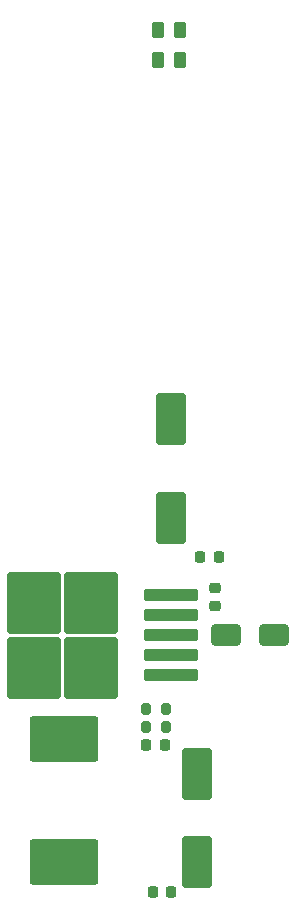
<source format=gbr>
%TF.GenerationSoftware,KiCad,Pcbnew,8.0.9-8.0.9-0~ubuntu24.04.1*%
%TF.CreationDate,2025-02-20T23:41:23+00:00*%
%TF.ProjectId,TPB,5450422e-6b69-4636-9164-5f7063625858,1.0.0*%
%TF.SameCoordinates,Original*%
%TF.FileFunction,Paste,Top*%
%TF.FilePolarity,Positive*%
%FSLAX46Y46*%
G04 Gerber Fmt 4.6, Leading zero omitted, Abs format (unit mm)*
G04 Created by KiCad (PCBNEW 8.0.9-8.0.9-0~ubuntu24.04.1) date 2025-02-20 23:41:23*
%MOMM*%
%LPD*%
G01*
G04 APERTURE LIST*
G04 Aperture macros list*
%AMRoundRect*
0 Rectangle with rounded corners*
0 $1 Rounding radius*
0 $2 $3 $4 $5 $6 $7 $8 $9 X,Y pos of 4 corners*
0 Add a 4 corners polygon primitive as box body*
4,1,4,$2,$3,$4,$5,$6,$7,$8,$9,$2,$3,0*
0 Add four circle primitives for the rounded corners*
1,1,$1+$1,$2,$3*
1,1,$1+$1,$4,$5*
1,1,$1+$1,$6,$7*
1,1,$1+$1,$8,$9*
0 Add four rect primitives between the rounded corners*
20,1,$1+$1,$2,$3,$4,$5,0*
20,1,$1+$1,$4,$5,$6,$7,0*
20,1,$1+$1,$6,$7,$8,$9,0*
20,1,$1+$1,$8,$9,$2,$3,0*%
G04 Aperture macros list end*
%ADD10RoundRect,0.225000X0.225000X0.250000X-0.225000X0.250000X-0.225000X-0.250000X0.225000X-0.250000X0*%
%ADD11RoundRect,0.250000X-1.000000X-0.650000X1.000000X-0.650000X1.000000X0.650000X-1.000000X0.650000X0*%
%ADD12RoundRect,0.225000X-0.225000X-0.250000X0.225000X-0.250000X0.225000X0.250000X-0.225000X0.250000X0*%
%ADD13RoundRect,0.250000X2.050000X0.300000X-2.050000X0.300000X-2.050000X-0.300000X2.050000X-0.300000X0*%
%ADD14RoundRect,0.250000X2.025000X2.375000X-2.025000X2.375000X-2.025000X-2.375000X2.025000X-2.375000X0*%
%ADD15RoundRect,0.250000X1.000000X-1.950000X1.000000X1.950000X-1.000000X1.950000X-1.000000X-1.950000X0*%
%ADD16RoundRect,0.225000X-0.250000X0.225000X-0.250000X-0.225000X0.250000X-0.225000X0.250000X0.225000X0*%
%ADD17RoundRect,0.248780X-0.261220X-0.451220X0.261220X-0.451220X0.261220X0.451220X-0.261220X0.451220X0*%
%ADD18RoundRect,0.250000X2.660000X-1.660000X2.660000X1.660000X-2.660000X1.660000X-2.660000X-1.660000X0*%
%ADD19RoundRect,0.200000X-0.200000X-0.275000X0.200000X-0.275000X0.200000X0.275000X-0.200000X0.275000X0*%
%ADD20RoundRect,0.200000X0.200000X0.275000X-0.200000X0.275000X-0.200000X-0.275000X0.200000X-0.275000X0*%
G04 APERTURE END LIST*
D10*
%TO.C,C400*%
X118610000Y-116285001D03*
X117050000Y-116285001D03*
%TD*%
D11*
%TO.C,D403*%
X123820000Y-107010001D03*
X127820000Y-107010001D03*
%TD*%
D12*
%TO.C,C419*%
X121595000Y-100400001D03*
X123155000Y-100400001D03*
%TD*%
D10*
%TO.C,C417*%
X119150000Y-128785001D03*
X117590000Y-128785001D03*
%TD*%
D13*
%TO.C,U401*%
X119095000Y-110410001D03*
X119095000Y-108710001D03*
X119095000Y-107010001D03*
D14*
X112370000Y-109785001D03*
X112370000Y-104235001D03*
X107520000Y-109785001D03*
X107520000Y-104235001D03*
D13*
X119095000Y-105310001D03*
X119095000Y-103610001D03*
%TD*%
D15*
%TO.C,C421*%
X119095000Y-97100001D03*
X119095000Y-88700001D03*
%TD*%
D16*
%TO.C,C418*%
X122820000Y-103005001D03*
X122820000Y-104565001D03*
%TD*%
D17*
%TO.C,R400*%
X118060000Y-55725844D03*
X119880000Y-55725844D03*
%TD*%
D15*
%TO.C,C420*%
X121370000Y-126190001D03*
X121370000Y-118790001D03*
%TD*%
D18*
%TO.C,L400*%
X110095000Y-115830001D03*
X110095000Y-126190001D03*
%TD*%
D19*
%TO.C,R414*%
X117050000Y-113285001D03*
X118690000Y-113285001D03*
%TD*%
D20*
%TO.C,R413*%
X118690000Y-114785001D03*
X117050000Y-114785001D03*
%TD*%
D17*
%TO.C,R401*%
X118060000Y-58265844D03*
X119880000Y-58265844D03*
%TD*%
M02*

</source>
